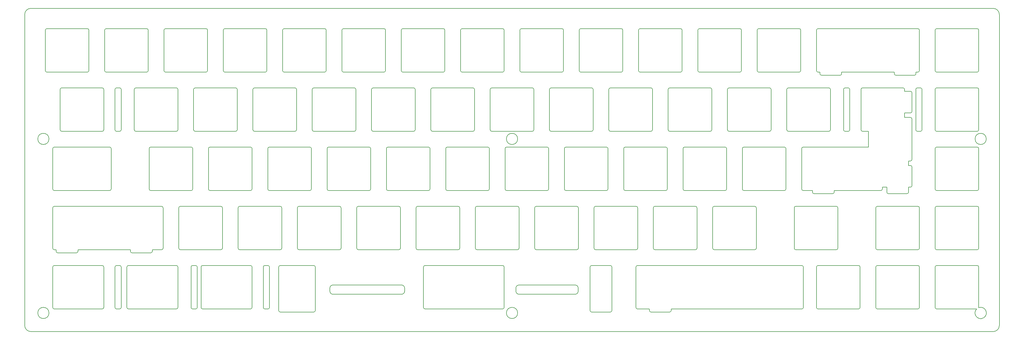
<source format=gm1>
%TF.GenerationSoftware,KiCad,Pcbnew,(5.1.10-6-gecec324121)-1*%
%TF.CreationDate,2021-07-06T17:39:25+03:00*%
%TF.ProjectId,switchplate,73776974-6368-4706-9c61-74652e6b6963,rev?*%
%TF.SameCoordinates,Original*%
%TF.FileFunction,Profile,NP*%
%FSLAX46Y46*%
G04 Gerber Fmt 4.6, Leading zero omitted, Abs format (unit mm)*
G04 Created by KiCad (PCBNEW (5.1.10-6-gecec324121)-1) date 2021-07-06 17:39:25*
%MOMM*%
%LPD*%
G01*
G04 APERTURE LIST*
%TA.AperFunction,Profile*%
%ADD10C,0.200000*%
%TD*%
G04 APERTURE END LIST*
D10*
X158750000Y-92000000D02*
G75*
G02*
X157750000Y-91000000I0J1000000D01*
G01*
X177750000Y-90000000D02*
X177750000Y-91000000D01*
X157750000Y-91000000D02*
X157750000Y-90000000D01*
X176750000Y-92000000D02*
X158750000Y-92000000D01*
X176750000Y-89000000D02*
G75*
G02*
X177750000Y-90000000I0J-1000000D01*
G01*
X157750000Y-90000000D02*
G75*
G02*
X158750000Y-89000000I1000000J0D01*
G01*
X158750000Y-89000000D02*
X176750000Y-89000000D01*
X177750000Y-91000000D02*
G75*
G02*
X176750000Y-92000000I-1000000J0D01*
G01*
X121000000Y-89000000D02*
G75*
G02*
X122000000Y-90000000I0J-1000000D01*
G01*
X122000000Y-91000000D02*
G75*
G02*
X121000000Y-92000000I-1000000J0D01*
G01*
X99000000Y-92000000D02*
G75*
G02*
X98000000Y-91000000I0J1000000D01*
G01*
X98000000Y-90000000D02*
G75*
G02*
X99000000Y-89000000I1000000J0D01*
G01*
X98000000Y-91000000D02*
X98000000Y-90000000D01*
X121000000Y-92000000D02*
X99000000Y-92000000D01*
X122000000Y-90000000D02*
X122000000Y-91000000D01*
X99000000Y-89000000D02*
X121000000Y-89000000D01*
X306371675Y-96290955D02*
G75*
G02*
X305700000Y-96725000I628325J-1709045D01*
G01*
X308800000Y-42000000D02*
G75*
G03*
X308800000Y-42000000I-1800000J0D01*
G01*
X158300000Y-42000000D02*
G75*
G03*
X158300000Y-42000000I-1800000J0D01*
G01*
X158300000Y-98000000D02*
G75*
G03*
X158300000Y-98000000I-1800000J0D01*
G01*
X7800000Y-98000000D02*
G75*
G03*
X7800000Y-98000000I-1800000J0D01*
G01*
X7800000Y-42000000D02*
G75*
G03*
X7800000Y-42000000I-1800000J0D01*
G01*
X140475000Y-20525000D02*
G75*
G02*
X139975000Y-20025000I0J500000D01*
G01*
X134424999Y-6525000D02*
X121425000Y-6525000D01*
X115375000Y-6525000D02*
G75*
G02*
X115875000Y-7025000I0J-500000D01*
G01*
X134424999Y-6525000D02*
G75*
G02*
X134924999Y-7025000I0J-500000D01*
G01*
X134924999Y-20025000D02*
G75*
G02*
X134424999Y-20525000I-500000J0D01*
G01*
X121425000Y-20525000D02*
G75*
G02*
X120925000Y-20025000I0J500000D01*
G01*
X101875000Y-7025000D02*
X101875000Y-20025000D01*
X115875000Y-20025000D02*
X115875000Y-7025000D01*
X96825000Y-20025000D02*
X96825000Y-7025000D01*
X115875000Y-20025000D02*
G75*
G02*
X115375000Y-20525000I-500000J0D01*
G01*
X102375000Y-20525000D02*
G75*
G02*
X101875000Y-20025000I0J500000D01*
G01*
X134924999Y-20025000D02*
X134924999Y-7025000D01*
X115375000Y-6525000D02*
X102375000Y-6525000D01*
X153475000Y-6525000D02*
G75*
G02*
X153975000Y-7025000I0J-500000D01*
G01*
X102375000Y-20525000D02*
X115375000Y-20525000D01*
X101875000Y-7025000D02*
G75*
G02*
X102375000Y-6525000I500000J0D01*
G01*
X120925000Y-7025000D02*
X120925000Y-20025000D01*
X153975000Y-20025000D02*
G75*
G02*
X153475000Y-20525000I-500000J0D01*
G01*
X121425000Y-20525000D02*
X134424999Y-20525000D01*
X82825000Y-7025000D02*
X82825000Y-20025000D01*
X120925000Y-7025000D02*
G75*
G02*
X121425000Y-6525000I500000J0D01*
G01*
X96325000Y-6525000D02*
X83325000Y-6525000D01*
X139975000Y-7025000D02*
G75*
G02*
X140475000Y-6525000I500000J0D01*
G01*
X292375000Y-26075000D02*
X292375000Y-39075000D01*
X59512500Y-58625000D02*
G75*
G02*
X59012500Y-58125000I0J500000D01*
G01*
X9006250Y-45125000D02*
G75*
G02*
X9506250Y-44625000I500000J0D01*
G01*
X39962500Y-45125000D02*
X39962500Y-58125000D01*
X53962500Y-58125000D02*
X53962500Y-45125000D01*
X305875000Y-25575000D02*
G75*
G02*
X306375000Y-26075000I0J-500000D01*
G01*
X275418750Y-57538000D02*
X276856750Y-57538000D01*
X53462500Y-44625000D02*
X40462500Y-44625000D01*
X284943750Y-57038000D02*
G75*
G02*
X284443750Y-57538000I-500000J0D01*
G01*
X284943750Y-57038000D02*
X284943750Y-51037999D01*
X40462500Y-58625000D02*
X53462500Y-58625000D01*
X39962500Y-45125000D02*
G75*
G02*
X40462500Y-44625000I500000J0D01*
G01*
X53462500Y-44625000D02*
G75*
G02*
X53962500Y-45125000I0J-500000D01*
G01*
X53962500Y-58125000D02*
G75*
G02*
X53462500Y-58625000I-500000J0D01*
G01*
X292875000Y-39575000D02*
X305875000Y-39575000D01*
X284443750Y-50537999D02*
X283856750Y-50537999D01*
X40462500Y-58625000D02*
G75*
G02*
X39962500Y-58125000I0J500000D01*
G01*
X9006250Y-45125000D02*
X9006250Y-58125000D01*
X9506250Y-58625000D02*
X14268750Y-58625000D01*
X283856750Y-49100000D02*
X284443750Y-49100000D01*
X305875000Y-25575000D02*
X292875000Y-25575000D01*
X14268750Y-58625000D02*
X22506250Y-58625000D01*
X22506250Y-58625000D02*
X27268750Y-58625000D01*
X284443750Y-26662000D02*
X282562500Y-26662000D01*
X306375000Y-39075000D02*
X306375000Y-26075000D01*
X284943750Y-33162000D02*
X284943750Y-27162000D01*
X284443750Y-35100000D02*
X282562500Y-35100000D01*
X284943750Y-33162000D02*
G75*
G02*
X284443750Y-33662000I-500000J0D01*
G01*
X283856750Y-57538000D02*
X284443750Y-57538000D01*
X27768750Y-58125000D02*
X27768750Y-45125000D01*
X22506250Y-44625000D02*
X14268750Y-44625000D01*
X292875000Y-39575000D02*
G75*
G02*
X292375000Y-39075000I0J500000D01*
G01*
X284443750Y-50537999D02*
G75*
G02*
X284943750Y-51037999I0J-500000D01*
G01*
X270943750Y-39575000D02*
X270943750Y-44625000D01*
X284943750Y-48600000D02*
X284943750Y-35600000D01*
X14268750Y-44625000D02*
X9506250Y-44625000D01*
X9506250Y-58625000D02*
G75*
G02*
X9006250Y-58125000I0J500000D01*
G01*
X292375000Y-26075000D02*
G75*
G02*
X292875000Y-25575000I500000J0D01*
G01*
X27268750Y-44625000D02*
X22506250Y-44625000D01*
X27268750Y-44625000D02*
G75*
G02*
X27768750Y-45125000I0J-500000D01*
G01*
X282562500Y-33662000D02*
X284443750Y-33662000D01*
X27768750Y-58125000D02*
G75*
G02*
X27268750Y-58625000I-500000J0D01*
G01*
X306375000Y-39075000D02*
G75*
G02*
X305875000Y-39575000I-500000J0D01*
G01*
X284443750Y-26662000D02*
G75*
G02*
X284943750Y-27162000I0J-500000D01*
G01*
X258250000Y-25575000D02*
X245250000Y-25575000D01*
X239700000Y-39075000D02*
G75*
G02*
X239200000Y-39575000I-500000J0D01*
G01*
X287662500Y-25575000D02*
X286662500Y-25575000D01*
X286662500Y-39575000D02*
G75*
G02*
X286162500Y-39075000I0J500000D01*
G01*
X263462500Y-39575000D02*
G75*
G02*
X262962500Y-39075000I0J500000D01*
G01*
X239700000Y-39075000D02*
X239700000Y-26075000D01*
X225700000Y-26075000D02*
G75*
G02*
X226200000Y-25575000I500000J0D01*
G01*
X264962500Y-39075000D02*
X264962500Y-26075000D01*
X239200000Y-25575000D02*
X226200000Y-25575000D01*
X288162500Y-39075000D02*
G75*
G02*
X287662500Y-39575000I-500000J0D01*
G01*
X269062499Y-39575000D02*
X270943750Y-39575000D01*
X287662500Y-25575000D02*
G75*
G02*
X288162500Y-26075000I0J-500000D01*
G01*
X282562500Y-26662000D02*
X282562500Y-26075000D01*
X262962500Y-26075000D02*
X262962500Y-39075000D01*
X264462500Y-25575000D02*
X263462500Y-25575000D01*
X244750000Y-26075000D02*
X244750000Y-39075000D01*
X245250000Y-39575000D02*
X258250000Y-39575000D01*
X226200000Y-39575000D02*
G75*
G02*
X225700000Y-39075000I0J500000D01*
G01*
X226200000Y-39575000D02*
X239200000Y-39575000D01*
X245250000Y-39575000D02*
G75*
G02*
X244750000Y-39075000I0J500000D01*
G01*
X264962500Y-39075000D02*
G75*
G02*
X264462500Y-39575000I-500000J0D01*
G01*
X268562499Y-26075000D02*
X268562499Y-39075000D01*
X225700000Y-26075000D02*
X225700000Y-39075000D01*
X220150000Y-25575000D02*
X207150000Y-25575000D01*
X269062499Y-39575000D02*
G75*
G02*
X268562499Y-39075000I0J500000D01*
G01*
X284443750Y-35100000D02*
G75*
G02*
X284943750Y-35600000I0J-500000D01*
G01*
X263462500Y-39575000D02*
X264462500Y-39575000D01*
X286662500Y-39575000D02*
X287662500Y-39575000D01*
X284943750Y-48600000D02*
G75*
G02*
X284443750Y-49100000I-500000J0D01*
G01*
X286162500Y-26075000D02*
X286162500Y-39075000D01*
X288162500Y-39075000D02*
X288162500Y-26075000D01*
X264462500Y-25575000D02*
G75*
G02*
X264962500Y-26075000I0J-500000D01*
G01*
X282562500Y-35100000D02*
X282562500Y-33662000D01*
X239200000Y-25575000D02*
G75*
G02*
X239700000Y-26075000I0J-500000D01*
G01*
X220650000Y-39075000D02*
X220650000Y-26075000D01*
X207150000Y-39575000D02*
X220150000Y-39575000D01*
X286162500Y-26075000D02*
G75*
G02*
X286662500Y-25575000I500000J0D01*
G01*
X268562499Y-26075000D02*
G75*
G02*
X269062499Y-25575000I500000J0D01*
G01*
X262962500Y-26075000D02*
G75*
G02*
X263462500Y-25575000I500000J0D01*
G01*
X282062500Y-25575000D02*
X269062499Y-25575000D01*
X244750000Y-26075000D02*
G75*
G02*
X245250000Y-25575000I500000J0D01*
G01*
X258750000Y-39075000D02*
G75*
G02*
X258250000Y-39575000I-500000J0D01*
G01*
X206650000Y-26075000D02*
X206650000Y-39075000D01*
X282062500Y-25575000D02*
G75*
G02*
X282562500Y-26075000I0J-500000D01*
G01*
X258250000Y-25575000D02*
G75*
G02*
X258750000Y-26075000I0J-500000D01*
G01*
X258750000Y-39075000D02*
X258750000Y-26075000D01*
X168550000Y-26075000D02*
G75*
G02*
X169050000Y-25575000I500000J0D01*
G01*
X150000000Y-39575000D02*
G75*
G02*
X149500000Y-39075000I0J500000D01*
G01*
X149500000Y-26075000D02*
X149500000Y-39075000D01*
X149500000Y-26075000D02*
G75*
G02*
X150000000Y-25575000I500000J0D01*
G01*
X130950000Y-39575000D02*
G75*
G02*
X130450000Y-39075000I0J500000D01*
G01*
X163000000Y-25575000D02*
G75*
G02*
X163500000Y-26075000I0J-500000D01*
G01*
X111900000Y-39575000D02*
X124900000Y-39575000D01*
X92350000Y-26075000D02*
X92350000Y-39075000D01*
X130950000Y-39575000D02*
X143950000Y-39575000D01*
X111900000Y-39575000D02*
G75*
G02*
X111400000Y-39075000I0J500000D01*
G01*
X188100000Y-39575000D02*
X201100000Y-39575000D01*
X220150000Y-25575000D02*
G75*
G02*
X220650000Y-26075000I0J-500000D01*
G01*
X201100000Y-25575000D02*
G75*
G02*
X201600000Y-26075000I0J-500000D01*
G01*
X201600000Y-39075000D02*
G75*
G02*
X201100000Y-39575000I-500000J0D01*
G01*
X130450000Y-26075000D02*
X130450000Y-39075000D01*
X182550000Y-39075000D02*
X182550000Y-26075000D01*
X169050000Y-39575000D02*
X182050000Y-39575000D01*
X182050000Y-25575000D02*
G75*
G02*
X182550000Y-26075000I0J-500000D01*
G01*
X163500000Y-39075000D02*
X163500000Y-26075000D01*
X144450000Y-39075000D02*
X144450000Y-26075000D01*
X144450000Y-39075000D02*
G75*
G02*
X143950000Y-39575000I-500000J0D01*
G01*
X130450000Y-26075000D02*
G75*
G02*
X130950000Y-25575000I500000J0D01*
G01*
X111400000Y-26075000D02*
G75*
G02*
X111900000Y-25575000I500000J0D01*
G01*
X150000000Y-39575000D02*
X163000000Y-39575000D01*
X111400000Y-26075000D02*
X111400000Y-39075000D01*
X125400000Y-39075000D02*
G75*
G02*
X124900000Y-39575000I-500000J0D01*
G01*
X220650000Y-39075000D02*
G75*
G02*
X220150000Y-39575000I-500000J0D01*
G01*
X182550000Y-39075000D02*
G75*
G02*
X182050000Y-39575000I-500000J0D01*
G01*
X125400000Y-39075000D02*
X125400000Y-26075000D01*
X201100000Y-25575000D02*
X188100000Y-25575000D01*
X201600000Y-39075000D02*
X201600000Y-26075000D01*
X187600000Y-26075000D02*
G75*
G02*
X188100000Y-25575000I500000J0D01*
G01*
X187600000Y-26075000D02*
X187600000Y-39075000D01*
X188100000Y-39575000D02*
G75*
G02*
X187600000Y-39075000I0J500000D01*
G01*
X163500000Y-39075000D02*
G75*
G02*
X163000000Y-39575000I-500000J0D01*
G01*
X106350000Y-39075000D02*
X106350000Y-26075000D01*
X182050000Y-25575000D02*
X169050000Y-25575000D01*
X169050000Y-39575000D02*
G75*
G02*
X168550000Y-39075000I0J500000D01*
G01*
X143950000Y-25575000D02*
G75*
G02*
X144450000Y-26075000I0J-500000D01*
G01*
X143950000Y-25575000D02*
X130950000Y-25575000D01*
X163000000Y-25575000D02*
X150000000Y-25575000D01*
X124900000Y-25575000D02*
X111900000Y-25575000D01*
X124900000Y-25575000D02*
G75*
G02*
X125400000Y-26075000I0J-500000D01*
G01*
X206650000Y-26075000D02*
G75*
G02*
X207150000Y-25575000I500000J0D01*
G01*
X207150000Y-39575000D02*
G75*
G02*
X206650000Y-39075000I0J500000D01*
G01*
X168550000Y-26075000D02*
X168550000Y-39075000D01*
X197125000Y-7025000D02*
X197125000Y-20025000D01*
X249225000Y-20025000D02*
G75*
G02*
X248725000Y-20525000I-500000J0D01*
G01*
X235725000Y-20525000D02*
X248725000Y-20525000D01*
X235725000Y-20525000D02*
G75*
G02*
X235225000Y-20025000I0J500000D01*
G01*
X216175000Y-7025000D02*
X216175000Y-20025000D01*
X230175000Y-20025000D02*
X230175000Y-7025000D01*
X216175000Y-7025000D02*
G75*
G02*
X216675000Y-6525000I500000J0D01*
G01*
X211125000Y-20025000D02*
X211125000Y-7025000D01*
X216675000Y-20525000D02*
G75*
G02*
X216175000Y-20025000I0J500000D01*
G01*
X216675000Y-20525000D02*
X229675000Y-20525000D01*
X229675000Y-6525000D02*
G75*
G02*
X230175000Y-7025000I0J-500000D01*
G01*
X210625000Y-6525000D02*
X197625000Y-6525000D01*
X230175000Y-20025000D02*
G75*
G02*
X229675000Y-20525000I-500000J0D01*
G01*
X197125000Y-7025000D02*
G75*
G02*
X197625000Y-6525000I500000J0D01*
G01*
X235225000Y-7025000D02*
X235225000Y-20025000D01*
X197625000Y-20525000D02*
X210625000Y-20525000D01*
X229675000Y-6525000D02*
X216675000Y-6525000D01*
X254275000Y-7025000D02*
G75*
G02*
X254775000Y-6525000I500000J0D01*
G01*
X254775000Y-20525000D02*
G75*
G02*
X254275000Y-20025000I0J500000D01*
G01*
X249225000Y-20025000D02*
X249225000Y-7025000D01*
X248725000Y-6525000D02*
G75*
G02*
X249225000Y-7025000I0J-500000D01*
G01*
X248725000Y-6525000D02*
X235725000Y-6525000D01*
X235225000Y-7025000D02*
G75*
G02*
X235725000Y-6525000I500000J0D01*
G01*
X224912500Y-44625000D02*
G75*
G02*
X225412500Y-45125000I0J-500000D01*
G01*
X230462500Y-45125000D02*
X230462500Y-58125000D01*
X243962500Y-44625000D02*
X230962500Y-44625000D01*
X230962500Y-58625000D02*
X243962500Y-58625000D01*
X224912500Y-44625000D02*
X211912500Y-44625000D01*
X225412500Y-58125000D02*
X225412500Y-45125000D01*
X270943750Y-44625000D02*
X263012500Y-44625000D01*
X263012500Y-58625000D02*
X274918750Y-58625000D01*
X244462500Y-58125000D02*
G75*
G02*
X243962500Y-58625000I-500000J0D01*
G01*
X211912500Y-58625000D02*
X224912500Y-58625000D01*
X243962500Y-44625000D02*
G75*
G02*
X244462500Y-45125000I0J-500000D01*
G01*
X211412500Y-45125000D02*
X211412500Y-58125000D01*
X252980750Y-58625000D02*
X252980750Y-59125000D01*
X259980750Y-59125000D02*
X259980750Y-58625000D01*
X259480750Y-44625000D02*
X253480750Y-44625000D01*
X230462500Y-45125000D02*
G75*
G02*
X230962500Y-44625000I500000J0D01*
G01*
X253480750Y-59625000D02*
X259480750Y-59625000D01*
X259980750Y-59125000D02*
G75*
G02*
X259480750Y-59625000I-500000J0D01*
G01*
X253480750Y-59625000D02*
G75*
G02*
X252980750Y-59125000I0J500000D01*
G01*
X275418750Y-58125000D02*
X275418750Y-57538000D01*
X263012500Y-44625000D02*
X261918750Y-44625000D01*
X261918750Y-58625000D02*
X263012500Y-58625000D01*
X225412500Y-58125000D02*
G75*
G02*
X224912500Y-58625000I-500000J0D01*
G01*
X275418750Y-58125000D02*
G75*
G02*
X274918750Y-58625000I-500000J0D01*
G01*
X230962500Y-58625000D02*
G75*
G02*
X230462500Y-58125000I0J500000D01*
G01*
X244462500Y-58125000D02*
X244462500Y-45125000D01*
X211412500Y-45125000D02*
G75*
G02*
X211912500Y-44625000I500000J0D01*
G01*
X186812500Y-44625000D02*
X173812500Y-44625000D01*
X173812500Y-58625000D02*
X186812500Y-58625000D01*
X130162500Y-58125000D02*
G75*
G02*
X129662500Y-58625000I-500000J0D01*
G01*
X173312500Y-45125000D02*
G75*
G02*
X173812500Y-44625000I500000J0D01*
G01*
X186812500Y-44625000D02*
G75*
G02*
X187312500Y-45125000I0J-500000D01*
G01*
X187312500Y-58125000D02*
G75*
G02*
X186812500Y-58625000I-500000J0D01*
G01*
X135712500Y-58625000D02*
X148712500Y-58625000D01*
X154262500Y-45125000D02*
X154262500Y-58125000D01*
X135712500Y-58625000D02*
G75*
G02*
X135212500Y-58125000I0J500000D01*
G01*
X116162500Y-45125000D02*
G75*
G02*
X116662500Y-44625000I500000J0D01*
G01*
X78062500Y-45125000D02*
X78062500Y-58125000D01*
X154762500Y-58625000D02*
G75*
G02*
X154262500Y-58125000I0J500000D01*
G01*
X116662500Y-58625000D02*
X129662500Y-58625000D01*
X72512500Y-44625000D02*
X59512500Y-44625000D01*
X167762500Y-44625000D02*
X154762500Y-44625000D01*
X110612500Y-44625000D02*
G75*
G02*
X111112500Y-45125000I0J-500000D01*
G01*
X78562500Y-58625000D02*
G75*
G02*
X78062500Y-58125000I0J500000D01*
G01*
X116662500Y-58625000D02*
G75*
G02*
X116162500Y-58125000I0J500000D01*
G01*
X97612500Y-58625000D02*
X110612500Y-58625000D01*
X92062500Y-58125000D02*
X92062500Y-45125000D01*
X72512500Y-44625000D02*
G75*
G02*
X73012500Y-45125000I0J-500000D01*
G01*
X154262500Y-45125000D02*
G75*
G02*
X154762500Y-44625000I500000J0D01*
G01*
X135212500Y-45125000D02*
X135212500Y-58125000D01*
X78062500Y-45125000D02*
G75*
G02*
X78562500Y-44625000I500000J0D01*
G01*
X97112500Y-45125000D02*
G75*
G02*
X97612500Y-44625000I500000J0D01*
G01*
X73012500Y-58125000D02*
G75*
G02*
X72512500Y-58625000I-500000J0D01*
G01*
X148712500Y-44625000D02*
X135712500Y-44625000D01*
X59012500Y-45125000D02*
X59012500Y-58125000D01*
X116162500Y-45125000D02*
X116162500Y-58125000D01*
X78562500Y-58625000D02*
X91562500Y-58625000D01*
X97112500Y-45125000D02*
X97112500Y-58125000D01*
X91562500Y-44625000D02*
X78562500Y-44625000D01*
X168262500Y-58125000D02*
X168262500Y-45125000D01*
X135212500Y-45125000D02*
G75*
G02*
X135712500Y-44625000I500000J0D01*
G01*
X167762500Y-44625000D02*
G75*
G02*
X168262500Y-45125000I0J-500000D01*
G01*
X129662500Y-44625000D02*
X116662500Y-44625000D01*
X148712500Y-44625000D02*
G75*
G02*
X149212500Y-45125000I0J-500000D01*
G01*
X110612500Y-44625000D02*
X97612500Y-44625000D01*
X91562500Y-44625000D02*
G75*
G02*
X92062500Y-45125000I0J-500000D01*
G01*
X73012500Y-58125000D02*
X73012500Y-45125000D01*
X59012500Y-45125000D02*
G75*
G02*
X59512500Y-44625000I500000J0D01*
G01*
X111112500Y-58125000D02*
G75*
G02*
X110612500Y-58625000I-500000J0D01*
G01*
X111112500Y-58125000D02*
X111112500Y-45125000D01*
X59512500Y-58625000D02*
X72512500Y-58625000D01*
X154762500Y-58625000D02*
X167762500Y-58625000D01*
X92062500Y-58125000D02*
G75*
G02*
X91562500Y-58625000I-500000J0D01*
G01*
X211912500Y-58625000D02*
G75*
G02*
X211412500Y-58125000I0J500000D01*
G01*
X192362500Y-45125000D02*
X192362500Y-58125000D01*
X129662500Y-44625000D02*
G75*
G02*
X130162500Y-45125000I0J-500000D01*
G01*
X97612500Y-58625000D02*
G75*
G02*
X97112500Y-58125000I0J500000D01*
G01*
X206362500Y-58125000D02*
X206362500Y-45125000D01*
X205862500Y-44625000D02*
X192862500Y-44625000D01*
X149212500Y-58125000D02*
X149212500Y-45125000D01*
X192862500Y-58625000D02*
X205862500Y-58625000D01*
X168262500Y-58125000D02*
G75*
G02*
X167762500Y-58625000I-500000J0D01*
G01*
X192362500Y-45125000D02*
G75*
G02*
X192862500Y-44625000I500000J0D01*
G01*
X205862500Y-44625000D02*
G75*
G02*
X206362500Y-45125000I0J-500000D01*
G01*
X149212500Y-58125000D02*
G75*
G02*
X148712500Y-58625000I-500000J0D01*
G01*
X206362500Y-58125000D02*
G75*
G02*
X205862500Y-58625000I-500000J0D01*
G01*
X130162500Y-58125000D02*
X130162500Y-45125000D01*
X173812500Y-58625000D02*
G75*
G02*
X173312500Y-58125000I0J500000D01*
G01*
X192862500Y-58625000D02*
G75*
G02*
X192362500Y-58125000I0J500000D01*
G01*
X173312500Y-45125000D02*
X173312500Y-58125000D01*
X187312500Y-58125000D02*
X187312500Y-45125000D01*
X68250000Y-39075000D02*
G75*
G02*
X67750000Y-39575000I-500000J0D01*
G01*
X49200000Y-39075000D02*
G75*
G02*
X48700000Y-39575000I-500000J0D01*
G01*
X54750000Y-39575000D02*
X67750000Y-39575000D01*
X73800000Y-39575000D02*
G75*
G02*
X73300000Y-39075000I0J500000D01*
G01*
X67750000Y-25575000D02*
G75*
G02*
X68250000Y-26075000I0J-500000D01*
G01*
X67750000Y-25575000D02*
X54750000Y-25575000D01*
X30987500Y-39075000D02*
G75*
G02*
X30487500Y-39575000I-500000J0D01*
G01*
X29487500Y-39575000D02*
X30487500Y-39575000D01*
X105850000Y-25575000D02*
X92850000Y-25575000D01*
X92850000Y-39575000D02*
G75*
G02*
X92350000Y-39075000I0J500000D01*
G01*
X87300000Y-39075000D02*
X87300000Y-26075000D01*
X73300000Y-26075000D02*
X73300000Y-39075000D01*
X87300000Y-39075000D02*
G75*
G02*
X86800000Y-39575000I-500000J0D01*
G01*
X30987500Y-39075000D02*
X30987500Y-26075000D01*
X29487500Y-39575000D02*
G75*
G02*
X28987500Y-39075000I0J500000D01*
G01*
X92850000Y-39575000D02*
X105850000Y-39575000D01*
X92350000Y-26075000D02*
G75*
G02*
X92850000Y-25575000I500000J0D01*
G01*
X106350000Y-39075000D02*
G75*
G02*
X105850000Y-39575000I-500000J0D01*
G01*
X28987500Y-26075000D02*
X28987500Y-39075000D01*
X35700000Y-39575000D02*
X48700000Y-39575000D01*
X105850000Y-25575000D02*
G75*
G02*
X106350000Y-26075000I0J-500000D01*
G01*
X86800000Y-25575000D02*
X73800000Y-25575000D01*
X54250000Y-26075000D02*
G75*
G02*
X54750000Y-25575000I500000J0D01*
G01*
X48700000Y-25575000D02*
X35700000Y-25575000D01*
X35700000Y-39575000D02*
G75*
G02*
X35200000Y-39075000I0J500000D01*
G01*
X73800000Y-39575000D02*
X86800000Y-39575000D01*
X73300000Y-26075000D02*
G75*
G02*
X73800000Y-25575000I500000J0D01*
G01*
X86800000Y-25575000D02*
G75*
G02*
X87300000Y-26075000I0J-500000D01*
G01*
X54750000Y-39575000D02*
G75*
G02*
X54250000Y-39075000I0J500000D01*
G01*
X35200000Y-26075000D02*
X35200000Y-39075000D01*
X30487500Y-25575000D02*
G75*
G02*
X30987500Y-26075000I0J-500000D01*
G01*
X54250000Y-26075000D02*
X54250000Y-39075000D01*
X68250000Y-39075000D02*
X68250000Y-26075000D01*
X30487500Y-25575000D02*
X29487500Y-25575000D01*
X49200000Y-39075000D02*
X49200000Y-26075000D01*
X35200000Y-26075000D02*
G75*
G02*
X35700000Y-25575000I500000J0D01*
G01*
X48700000Y-25575000D02*
G75*
G02*
X49200000Y-26075000I0J-500000D01*
G01*
X28987500Y-26075000D02*
G75*
G02*
X29487500Y-25575000I500000J0D01*
G01*
X125687500Y-64175000D02*
G75*
G02*
X126187500Y-63675000I500000J0D01*
G01*
X106637500Y-64175000D02*
X106637500Y-77175000D01*
X107137500Y-77675000D02*
X120137500Y-77675000D01*
X120637500Y-77175000D02*
G75*
G02*
X120137500Y-77675000I-500000J0D01*
G01*
X107137500Y-77675000D02*
G75*
G02*
X106637500Y-77175000I0J500000D01*
G01*
X101587500Y-77175000D02*
X101587500Y-64175000D01*
X139187500Y-63675000D02*
G75*
G02*
X139687500Y-64175000I0J-500000D01*
G01*
X139687500Y-77175000D02*
G75*
G02*
X139187500Y-77675000I-500000J0D01*
G01*
X82037500Y-63675000D02*
G75*
G02*
X82537500Y-64175000I0J-500000D01*
G01*
X106637500Y-64175000D02*
G75*
G02*
X107137500Y-63675000I500000J0D01*
G01*
X126187500Y-77675000D02*
G75*
G02*
X125687500Y-77175000I0J500000D01*
G01*
X101087500Y-63675000D02*
X88087500Y-63675000D01*
X82037500Y-63675000D02*
X69037500Y-63675000D01*
X87587500Y-64175000D02*
G75*
G02*
X88087500Y-63675000I500000J0D01*
G01*
X101587500Y-77175000D02*
G75*
G02*
X101087500Y-77675000I-500000J0D01*
G01*
X68537500Y-64175000D02*
G75*
G02*
X69037500Y-63675000I500000J0D01*
G01*
X82537500Y-77175000D02*
X82537500Y-64175000D01*
X69037500Y-77675000D02*
X82037500Y-77675000D01*
X120137500Y-63675000D02*
G75*
G02*
X120637500Y-64175000I0J-500000D01*
G01*
X120137500Y-63675000D02*
X107137500Y-63675000D01*
X87587500Y-64175000D02*
X87587500Y-77175000D01*
X88087500Y-77675000D02*
G75*
G02*
X87587500Y-77175000I0J500000D01*
G01*
X68537500Y-64175000D02*
X68537500Y-77175000D01*
X139187500Y-63675000D02*
X126187500Y-63675000D01*
X126187500Y-77675000D02*
X139187500Y-77675000D01*
X88087500Y-77675000D02*
X101087500Y-77675000D01*
X120637500Y-77175000D02*
X120637500Y-64175000D01*
X101087500Y-63675000D02*
G75*
G02*
X101587500Y-64175000I0J-500000D01*
G01*
X40969250Y-77675000D02*
X43937500Y-77675000D01*
X10093250Y-77675000D02*
X10093250Y-78175000D01*
X16593250Y-63675000D02*
X10593250Y-63675000D01*
X9506250Y-77675000D02*
G75*
G02*
X9006250Y-77175000I0J500000D01*
G01*
X34469250Y-78675000D02*
X40469250Y-78675000D01*
X277356750Y-59625000D02*
X283356750Y-59625000D01*
X49487500Y-64175000D02*
G75*
G02*
X49987500Y-63675000I500000J0D01*
G01*
X17093250Y-77675000D02*
X19031250Y-77675000D01*
X22506250Y-77675000D02*
X30937500Y-77675000D01*
X33969250Y-77675000D02*
X33969250Y-78175000D01*
X62987500Y-63675000D02*
X49987500Y-63675000D01*
X306375000Y-58125000D02*
X306375000Y-45125000D01*
X62987500Y-63675000D02*
G75*
G02*
X63487500Y-64175000I0J-500000D01*
G01*
X30937500Y-63675000D02*
X22506250Y-63675000D01*
X292375000Y-45125000D02*
G75*
G02*
X292875000Y-44625000I500000J0D01*
G01*
X305875000Y-44625000D02*
X292875000Y-44625000D01*
X44437500Y-77175000D02*
G75*
G02*
X43937500Y-77675000I-500000J0D01*
G01*
X44437500Y-77175000D02*
X44437500Y-64175000D01*
X283856750Y-59125000D02*
G75*
G02*
X283356750Y-59625000I-500000J0D01*
G01*
X283856750Y-59125000D02*
X283856750Y-57538000D01*
X9506250Y-77675000D02*
X10093250Y-77675000D01*
X10593250Y-78675000D02*
G75*
G02*
X10093250Y-78175000I0J500000D01*
G01*
X277356750Y-59625000D02*
G75*
G02*
X276856750Y-59125000I0J500000D01*
G01*
X19031250Y-77675000D02*
X22506250Y-77675000D01*
X82537500Y-77175000D02*
G75*
G02*
X82037500Y-77675000I-500000J0D01*
G01*
X10593250Y-63675000D02*
X9506250Y-63675000D01*
X63487500Y-77175000D02*
G75*
G02*
X62987500Y-77675000I-500000J0D01*
G01*
X249512500Y-45125000D02*
G75*
G02*
X250012500Y-44625000I500000J0D01*
G01*
X69037500Y-77675000D02*
G75*
G02*
X68537500Y-77175000I0J500000D01*
G01*
X49987500Y-77675000D02*
X62987500Y-77675000D01*
X49987500Y-77675000D02*
G75*
G02*
X49487500Y-77175000I0J500000D01*
G01*
X17093250Y-78175000D02*
G75*
G02*
X16593250Y-78675000I-500000J0D01*
G01*
X43937500Y-63675000D02*
G75*
G02*
X44437500Y-64175000I0J-500000D01*
G01*
X305875000Y-44625000D02*
G75*
G02*
X306375000Y-45125000I0J-500000D01*
G01*
X276856750Y-57538000D02*
X276856750Y-59125000D01*
X34469250Y-78675000D02*
G75*
G02*
X33969250Y-78175000I0J500000D01*
G01*
X250012500Y-58625000D02*
X252980750Y-58625000D01*
X283856750Y-50537999D02*
X283856750Y-49100000D01*
X253480750Y-44625000D02*
X250012500Y-44625000D01*
X250012500Y-58625000D02*
G75*
G02*
X249512500Y-58125000I0J500000D01*
G01*
X9006250Y-64175000D02*
X9006250Y-77175000D01*
X292875000Y-58625000D02*
G75*
G02*
X292375000Y-58125000I0J500000D01*
G01*
X292375000Y-45125000D02*
X292375000Y-58125000D01*
X10593250Y-78675000D02*
X16593250Y-78675000D01*
X34469250Y-63675000D02*
X32031250Y-63675000D01*
X40969250Y-78175000D02*
G75*
G02*
X40469250Y-78675000I-500000J0D01*
G01*
X49487500Y-64175000D02*
X49487500Y-77175000D01*
X43937500Y-63675000D02*
X40469250Y-63675000D01*
X261918750Y-44625000D02*
X259480750Y-44625000D01*
X259980750Y-58625000D02*
X261918750Y-58625000D01*
X30937500Y-77675000D02*
X32031250Y-77675000D01*
X292875000Y-58625000D02*
X305875000Y-58625000D01*
X32031250Y-77675000D02*
X33969250Y-77675000D01*
X19031250Y-63675000D02*
X16593250Y-63675000D01*
X63487500Y-77175000D02*
X63487500Y-64175000D01*
X9006250Y-64175000D02*
G75*
G02*
X9506250Y-63675000I500000J0D01*
G01*
X22506250Y-63675000D02*
X19031250Y-63675000D01*
X40969250Y-78175000D02*
X40969250Y-77675000D01*
X40469250Y-63675000D02*
X34469250Y-63675000D01*
X306375000Y-58125000D02*
G75*
G02*
X305875000Y-58625000I-500000J0D01*
G01*
X32031250Y-63675000D02*
X30937500Y-63675000D01*
X249512500Y-45125000D02*
X249512500Y-58125000D01*
X17093250Y-78175000D02*
X17093250Y-77675000D01*
X197787500Y-82725000D02*
X197625000Y-82725000D01*
X202387500Y-82725000D02*
X201125000Y-82725000D01*
X207125000Y-82725000D02*
X202387500Y-82725000D01*
X201125000Y-97725000D02*
X207125000Y-97725000D01*
X153475000Y-82725000D02*
G75*
G02*
X153975000Y-83225000I0J-500000D01*
G01*
X207625000Y-96725000D02*
X210625000Y-96725000D01*
X210625000Y-82725000D02*
X207125000Y-82725000D01*
X200625000Y-96725000D02*
X200625000Y-97225000D01*
X92825000Y-82725000D02*
X88068750Y-82725000D01*
X153975000Y-96225000D02*
X153975000Y-83225000D01*
X207625000Y-97225000D02*
X207625000Y-96725000D01*
X92825000Y-82725000D02*
G75*
G02*
X93325000Y-83225000I0J-500000D01*
G01*
X207625000Y-97225000D02*
G75*
G02*
X207125000Y-97725000I-500000J0D01*
G01*
X88068750Y-97725000D02*
X92825000Y-97725000D01*
X201125000Y-97725000D02*
G75*
G02*
X200625000Y-97225000I0J500000D01*
G01*
X153975000Y-96225000D02*
G75*
G02*
X153475000Y-96725000I-500000J0D01*
G01*
X141568750Y-96725000D02*
X153475000Y-96725000D01*
X201125000Y-82725000D02*
X197787500Y-82725000D01*
X215387500Y-82725000D02*
X210625000Y-82725000D01*
X197787500Y-96725000D02*
X200625000Y-96725000D01*
X197625000Y-96725000D02*
X197787500Y-96725000D01*
X93325000Y-97225000D02*
G75*
G02*
X92825000Y-97725000I-500000J0D01*
G01*
X93325000Y-97225000D02*
X93325000Y-83225000D01*
X153475000Y-82725000D02*
X141568750Y-82725000D01*
X210625000Y-96725000D02*
X215387500Y-96725000D01*
X73012500Y-96225000D02*
X73012500Y-83225000D01*
X54912500Y-82725000D02*
X53912500Y-82725000D01*
X140475000Y-96725000D02*
X141568750Y-96725000D01*
X128568750Y-96725000D02*
X140475000Y-96725000D01*
X128568750Y-96725000D02*
G75*
G02*
X128068750Y-96225000I0J500000D01*
G01*
X76612500Y-83225000D02*
X76612500Y-96225000D01*
X54912500Y-82725000D02*
G75*
G02*
X55412500Y-83225000I0J-500000D01*
G01*
X70131250Y-96725000D02*
X72512500Y-96725000D01*
X77112500Y-96725000D02*
G75*
G02*
X76612500Y-96225000I0J500000D01*
G01*
X59512500Y-96725000D02*
X70131250Y-96725000D01*
X72512500Y-82725000D02*
G75*
G02*
X73012500Y-83225000I0J-500000D01*
G01*
X72512500Y-82725000D02*
X70131250Y-82725000D01*
X57131250Y-96725000D02*
G75*
G02*
X56631250Y-96225000I0J500000D01*
G01*
X35700000Y-96725000D02*
X46318750Y-96725000D01*
X78612500Y-96225000D02*
G75*
G02*
X78112500Y-96725000I-500000J0D01*
G01*
X188568750Y-97225000D02*
G75*
G02*
X188068750Y-97725000I-500000J0D01*
G01*
X48700000Y-82725000D02*
G75*
G02*
X49200000Y-83225000I0J-500000D01*
G01*
X182068750Y-97725000D02*
G75*
G02*
X181568750Y-97225000I0J500000D01*
G01*
X81568750Y-83225000D02*
X81568750Y-97225000D01*
X86825000Y-82725000D02*
X82068750Y-82725000D01*
X86825000Y-97725000D02*
X88068750Y-97725000D01*
X53412500Y-83225000D02*
X53412500Y-96225000D01*
X55412500Y-96225000D02*
G75*
G02*
X54912500Y-96725000I-500000J0D01*
G01*
X28987500Y-83225000D02*
X28987500Y-96225000D01*
X77112500Y-96725000D02*
X78112500Y-96725000D01*
X81568750Y-83225000D02*
G75*
G02*
X82068750Y-82725000I500000J0D01*
G01*
X32818750Y-83225000D02*
X32818750Y-96225000D01*
X78112500Y-82725000D02*
X77112500Y-82725000D01*
X78112500Y-82725000D02*
G75*
G02*
X78612500Y-83225000I0J-500000D01*
G01*
X128068750Y-83225000D02*
X128068750Y-96225000D01*
X33318750Y-96725000D02*
X35700000Y-96725000D01*
X140475000Y-82725000D02*
X128568750Y-82725000D01*
X78612500Y-96225000D02*
X78612500Y-83225000D01*
X53912500Y-96725000D02*
G75*
G02*
X53412500Y-96225000I0J500000D01*
G01*
X73012500Y-96225000D02*
G75*
G02*
X72512500Y-96725000I-500000J0D01*
G01*
X59512500Y-82725000D02*
X57131250Y-82725000D01*
X35700000Y-82725000D02*
X33318750Y-82725000D01*
X70131250Y-82725000D02*
X59512500Y-82725000D01*
X56631250Y-83225000D02*
G75*
G02*
X57131250Y-82725000I500000J0D01*
G01*
X57131250Y-96725000D02*
X59512500Y-96725000D01*
X46318750Y-96725000D02*
X48700000Y-96725000D01*
X30987500Y-96225000D02*
X30987500Y-83225000D01*
X181568750Y-83225000D02*
X181568750Y-97225000D01*
X188568750Y-97225000D02*
X188568750Y-83225000D01*
X48700000Y-82725000D02*
X46318750Y-82725000D01*
X49200000Y-96225000D02*
G75*
G02*
X48700000Y-96725000I-500000J0D01*
G01*
X188068750Y-82725000D02*
X182068750Y-82725000D01*
X82068750Y-97725000D02*
X86825000Y-97725000D01*
X182068750Y-97725000D02*
X188068750Y-97725000D01*
X181568750Y-83225000D02*
G75*
G02*
X182068750Y-82725000I500000J0D01*
G01*
X188068750Y-82725000D02*
G75*
G02*
X188568750Y-83225000I0J-500000D01*
G01*
X53412500Y-83225000D02*
G75*
G02*
X53912500Y-82725000I500000J0D01*
G01*
X32818750Y-83225000D02*
G75*
G02*
X33318750Y-82725000I500000J0D01*
G01*
X53912500Y-96725000D02*
X54912500Y-96725000D01*
X46318750Y-82725000D02*
X35700000Y-82725000D01*
X88068750Y-82725000D02*
X86825000Y-82725000D01*
X82068750Y-97725000D02*
G75*
G02*
X81568750Y-97225000I0J500000D01*
G01*
X141568750Y-82725000D02*
X140475000Y-82725000D01*
X76612500Y-83225000D02*
G75*
G02*
X77112500Y-82725000I500000J0D01*
G01*
X49200000Y-96225000D02*
X49200000Y-83225000D01*
X33318750Y-96725000D02*
G75*
G02*
X32818750Y-96225000I0J500000D01*
G01*
X128068750Y-83225000D02*
G75*
G02*
X128568750Y-82725000I500000J0D01*
G01*
X55412500Y-96225000D02*
X55412500Y-83225000D01*
X56631250Y-83225000D02*
X56631250Y-96225000D01*
X45225000Y-20525000D02*
G75*
G02*
X44725000Y-20025000I0J500000D01*
G01*
X64275000Y-20525000D02*
G75*
G02*
X63775000Y-20025000I0J500000D01*
G01*
X25675000Y-7025000D02*
X25675000Y-20025000D01*
X58725000Y-20025000D02*
G75*
G02*
X58225000Y-20525000I-500000J0D01*
G01*
X63775000Y-7025000D02*
X63775000Y-20025000D01*
X58225000Y-6525000D02*
X45225000Y-6525000D01*
X77775000Y-20025000D02*
X77775000Y-7025000D01*
X77275000Y-6525000D02*
G75*
G02*
X77775000Y-7025000I0J-500000D01*
G01*
X83325000Y-20525000D02*
X96325000Y-20525000D01*
X44725000Y-7025000D02*
X44725000Y-20025000D01*
X96325000Y-6525000D02*
G75*
G02*
X96825000Y-7025000I0J-500000D01*
G01*
X77775000Y-20025000D02*
G75*
G02*
X77275000Y-20525000I-500000J0D01*
G01*
X83325000Y-20525000D02*
G75*
G02*
X82825000Y-20025000I0J500000D01*
G01*
X96825000Y-20025000D02*
G75*
G02*
X96325000Y-20525000I-500000J0D01*
G01*
X58725000Y-20025000D02*
X58725000Y-7025000D01*
X77275000Y-6525000D02*
X64275000Y-6525000D01*
X44725000Y-7025000D02*
G75*
G02*
X45225000Y-6525000I500000J0D01*
G01*
X82825000Y-7025000D02*
G75*
G02*
X83325000Y-6525000I500000J0D01*
G01*
X64275000Y-20525000D02*
X77275000Y-20525000D01*
X63775000Y-7025000D02*
G75*
G02*
X64275000Y-6525000I500000J0D01*
G01*
X45225000Y-20525000D02*
X58225000Y-20525000D01*
X58225000Y-6525000D02*
G75*
G02*
X58725000Y-7025000I0J-500000D01*
G01*
X39675000Y-20025000D02*
X39675000Y-7025000D01*
X254775000Y-20525000D02*
X255362000Y-20525000D01*
X273825000Y-20525000D02*
X277300000Y-20525000D01*
X267775000Y-6525000D02*
X264300000Y-6525000D01*
X277300000Y-6525000D02*
X273825000Y-6525000D01*
X255862000Y-21525000D02*
X261862000Y-21525000D01*
X262362000Y-21025000D02*
G75*
G02*
X261862000Y-21525000I-500000J0D01*
G01*
X267775000Y-20525000D02*
X273825000Y-20525000D01*
X273825000Y-6525000D02*
X267775000Y-6525000D01*
X262362000Y-20525000D02*
X264300000Y-20525000D01*
X279238000Y-20525000D02*
X279238000Y-21025000D01*
X286238000Y-21025000D02*
X286238000Y-20525000D01*
X285738000Y-6525000D02*
X279738000Y-6525000D01*
X262362000Y-21025000D02*
X262362000Y-20525000D01*
X279738000Y-21525000D02*
X285738000Y-21525000D01*
X264300000Y-20525000D02*
X267775000Y-20525000D01*
X286238000Y-21025000D02*
G75*
G02*
X285738000Y-21525000I-500000J0D01*
G01*
X279738000Y-21525000D02*
G75*
G02*
X279238000Y-21025000I0J500000D01*
G01*
X255862000Y-21525000D02*
G75*
G02*
X255362000Y-21025000I0J500000D01*
G01*
X264300000Y-6525000D02*
X261862000Y-6525000D01*
X261862000Y-6525000D02*
X255862000Y-6525000D01*
X255362000Y-20525000D02*
X255362000Y-21025000D01*
X254275000Y-7025000D02*
X254275000Y-20025000D01*
X255862000Y-6525000D02*
X254775000Y-6525000D01*
X159025000Y-7025000D02*
G75*
G02*
X159525000Y-6525000I500000J0D01*
G01*
X173025000Y-20025000D02*
X173025000Y-7025000D01*
X159525000Y-20525000D02*
X172525000Y-20525000D01*
X210625000Y-6525000D02*
G75*
G02*
X211125000Y-7025000I0J-500000D01*
G01*
X211125000Y-20025000D02*
G75*
G02*
X210625000Y-20525000I-500000J0D01*
G01*
X197625000Y-20525000D02*
G75*
G02*
X197125000Y-20025000I0J500000D01*
G01*
X178075000Y-7025000D02*
X178075000Y-20025000D01*
X192075000Y-20025000D02*
X192075000Y-7025000D01*
X191575000Y-6525000D02*
X178575000Y-6525000D01*
X178575000Y-20525000D02*
X191575000Y-20525000D01*
X178075000Y-7025000D02*
G75*
G02*
X178575000Y-6525000I500000J0D01*
G01*
X153975000Y-20025000D02*
X153975000Y-7025000D01*
X191575000Y-6525000D02*
G75*
G02*
X192075000Y-7025000I0J-500000D01*
G01*
X192075000Y-20025000D02*
G75*
G02*
X191575000Y-20525000I-500000J0D01*
G01*
X139975000Y-7025000D02*
X139975000Y-20025000D01*
X172525000Y-6525000D02*
X159525000Y-6525000D01*
X178575000Y-20525000D02*
G75*
G02*
X178075000Y-20025000I0J500000D01*
G01*
X172525000Y-6525000D02*
G75*
G02*
X173025000Y-7025000I0J-500000D01*
G01*
X173025000Y-20025000D02*
G75*
G02*
X172525000Y-20525000I-500000J0D01*
G01*
X159025000Y-7025000D02*
X159025000Y-20025000D01*
X159525000Y-20525000D02*
G75*
G02*
X159025000Y-20025000I0J500000D01*
G01*
X153475000Y-6525000D02*
X140475000Y-6525000D01*
X140475000Y-20525000D02*
X153475000Y-20525000D01*
X254275000Y-83225000D02*
G75*
G02*
X254775000Y-82725000I500000J0D01*
G01*
X267775000Y-82725000D02*
G75*
G02*
X268275000Y-83225000I0J-500000D01*
G01*
X248725000Y-96725000D02*
X249562500Y-96725000D01*
X248562500Y-82725000D02*
X243962500Y-82725000D01*
X196787500Y-96725000D02*
X197625000Y-96725000D01*
X250062500Y-96225000D02*
X250062500Y-83225000D01*
X229675000Y-96725000D02*
X235725000Y-96725000D01*
X196787500Y-96725000D02*
G75*
G02*
X196287500Y-96225000I0J500000D01*
G01*
X219987500Y-96725000D02*
X220987500Y-96725000D01*
X229675000Y-82725000D02*
X226362500Y-82725000D01*
X248725000Y-82725000D02*
X248562500Y-82725000D01*
X235725000Y-82725000D02*
X229675000Y-82725000D01*
X220987500Y-82725000D02*
X219987500Y-82725000D01*
X254275000Y-83225000D02*
X254275000Y-96225000D01*
X249562500Y-82725000D02*
X248725000Y-82725000D01*
X226362500Y-82725000D02*
X225362500Y-82725000D01*
X250062500Y-96225000D02*
G75*
G02*
X249562500Y-96725000I-500000J0D01*
G01*
X215387500Y-96725000D02*
X219987500Y-96725000D01*
X226362500Y-96725000D02*
X229675000Y-96725000D01*
X220987500Y-96725000D02*
X225362500Y-96725000D01*
X287325000Y-96225000D02*
X287325000Y-83225000D01*
X225362500Y-82725000D02*
X220987500Y-82725000D01*
X249562500Y-82725000D02*
G75*
G02*
X250062500Y-83225000I0J-500000D01*
G01*
X292875000Y-96725000D02*
G75*
G02*
X292375000Y-96225000I0J500000D01*
G01*
X292375000Y-83225000D02*
X292375000Y-96225000D01*
X306371675Y-96290956D02*
X306375000Y-83225000D01*
X305875000Y-82725000D02*
X292875000Y-82725000D01*
X292875000Y-96725000D02*
X305700000Y-96725000D01*
X292375000Y-83225000D02*
G75*
G02*
X292875000Y-82725000I500000J0D01*
G01*
X305875000Y-82725000D02*
G75*
G02*
X306375000Y-83225000I0J-500000D01*
G01*
X273325000Y-83225000D02*
X273325000Y-96225000D01*
X243962500Y-96725000D02*
X248562500Y-96725000D01*
X196287500Y-83225000D02*
G75*
G02*
X196787500Y-82725000I500000J0D01*
G01*
X248562500Y-96725000D02*
X248725000Y-96725000D01*
X286825000Y-82725000D02*
X273825000Y-82725000D01*
X273825000Y-96725000D02*
X286825000Y-96725000D01*
X273325000Y-83225000D02*
G75*
G02*
X273825000Y-82725000I500000J0D01*
G01*
X286825000Y-82725000D02*
G75*
G02*
X287325000Y-83225000I0J-500000D01*
G01*
X254775000Y-96725000D02*
X267775000Y-96725000D01*
X235725000Y-96725000D02*
X243962500Y-96725000D01*
X219987500Y-82725000D02*
X215387500Y-82725000D01*
X287325000Y-96225000D02*
G75*
G02*
X286825000Y-96725000I-500000J0D01*
G01*
X273825000Y-96725000D02*
G75*
G02*
X273325000Y-96225000I0J500000D01*
G01*
X268275000Y-96225000D02*
X268275000Y-83225000D01*
X268275000Y-96225000D02*
G75*
G02*
X267775000Y-96725000I-500000J0D01*
G01*
X254775000Y-96725000D02*
G75*
G02*
X254275000Y-96225000I0J500000D01*
G01*
X196287500Y-83225000D02*
X196287500Y-96225000D01*
X197625000Y-82725000D02*
X196787500Y-82725000D01*
X267775000Y-82725000D02*
X254775000Y-82725000D01*
X243962500Y-82725000D02*
X235725000Y-82725000D01*
X225362500Y-96725000D02*
X226362500Y-96725000D01*
X306375000Y-77175000D02*
X306375000Y-64175000D01*
X30487500Y-82725000D02*
G75*
G02*
X30987500Y-83225000I0J-500000D01*
G01*
X22506250Y-96725000D02*
X24887500Y-96725000D01*
X25387500Y-96225000D02*
X25387500Y-83225000D01*
X25387500Y-96225000D02*
G75*
G02*
X24887500Y-96725000I-500000J0D01*
G01*
X24887500Y-82725000D02*
X22506250Y-82725000D01*
X22506250Y-82725000D02*
X11887500Y-82725000D01*
X24887500Y-82725000D02*
G75*
G02*
X25387500Y-83225000I0J-500000D01*
G01*
X9506250Y-96725000D02*
G75*
G02*
X9006250Y-96225000I0J500000D01*
G01*
X292375000Y-64175000D02*
X292375000Y-77175000D01*
X30487500Y-82725000D02*
X29487500Y-82725000D01*
X29487500Y-96725000D02*
X30487500Y-96725000D01*
X28987500Y-83225000D02*
G75*
G02*
X29487500Y-82725000I500000J0D01*
G01*
X30987500Y-96225000D02*
G75*
G02*
X30487500Y-96725000I-500000J0D01*
G01*
X29487500Y-96725000D02*
G75*
G02*
X28987500Y-96225000I0J500000D01*
G01*
X9006250Y-83225000D02*
X9006250Y-96225000D01*
X11887500Y-96725000D02*
X22506250Y-96725000D01*
X9006250Y-83225000D02*
G75*
G02*
X9506250Y-82725000I500000J0D01*
G01*
X11887500Y-82725000D02*
X9506250Y-82725000D01*
X9506250Y-96725000D02*
X11887500Y-96725000D01*
X292875000Y-77675000D02*
G75*
G02*
X292375000Y-77175000I0J500000D01*
G01*
X287325000Y-77175000D02*
X287325000Y-64175000D01*
X287325000Y-77175000D02*
G75*
G02*
X286825000Y-77675000I-500000J0D01*
G01*
X202387500Y-77675000D02*
G75*
G02*
X201887500Y-77175000I0J500000D01*
G01*
X158737500Y-77175000D02*
G75*
G02*
X158237500Y-77675000I-500000J0D01*
G01*
X196337500Y-63675000D02*
X183337500Y-63675000D01*
X286825000Y-63675000D02*
X273825000Y-63675000D01*
X273825000Y-77675000D02*
G75*
G02*
X273325000Y-77175000I0J500000D01*
G01*
X247131250Y-64175000D02*
X247131250Y-77175000D01*
X220937500Y-64175000D02*
G75*
G02*
X221437500Y-63675000I500000J0D01*
G01*
X177287500Y-63675000D02*
X164287500Y-63675000D01*
X202387500Y-77675000D02*
X215387500Y-77675000D01*
X201887500Y-64175000D02*
G75*
G02*
X202387500Y-63675000I500000J0D01*
G01*
X145237500Y-77675000D02*
X158237500Y-77675000D01*
X183337500Y-77675000D02*
X196337500Y-77675000D01*
X144737500Y-64175000D02*
G75*
G02*
X145237500Y-63675000I500000J0D01*
G01*
X144737500Y-64175000D02*
X144737500Y-77175000D01*
X215387500Y-63675000D02*
G75*
G02*
X215887500Y-64175000I0J-500000D01*
G01*
X177787500Y-77175000D02*
X177787500Y-64175000D01*
X158237500Y-63675000D02*
G75*
G02*
X158737500Y-64175000I0J-500000D01*
G01*
X247131250Y-64175000D02*
G75*
G02*
X247631250Y-63675000I500000J0D01*
G01*
X215887500Y-77175000D02*
G75*
G02*
X215387500Y-77675000I-500000J0D01*
G01*
X183337500Y-77675000D02*
G75*
G02*
X182837500Y-77175000I0J500000D01*
G01*
X177287500Y-63675000D02*
G75*
G02*
X177787500Y-64175000I0J-500000D01*
G01*
X260631250Y-63675000D02*
G75*
G02*
X261131250Y-64175000I0J-500000D01*
G01*
X164287500Y-77675000D02*
X177287500Y-77675000D01*
X234437500Y-63675000D02*
X221437500Y-63675000D01*
X158737500Y-77175000D02*
X158737500Y-64175000D01*
X196337500Y-63675000D02*
G75*
G02*
X196837500Y-64175000I0J-500000D01*
G01*
X163787500Y-64175000D02*
G75*
G02*
X164287500Y-63675000I500000J0D01*
G01*
X163787500Y-64175000D02*
X163787500Y-77175000D01*
X221437500Y-77675000D02*
G75*
G02*
X220937500Y-77175000I0J500000D01*
G01*
X261131250Y-77175000D02*
X261131250Y-64175000D01*
X196837500Y-77175000D02*
G75*
G02*
X196337500Y-77675000I-500000J0D01*
G01*
X247631250Y-77675000D02*
X260631250Y-77675000D01*
X221437500Y-77675000D02*
X234437500Y-77675000D01*
X261131250Y-77175000D02*
G75*
G02*
X260631250Y-77675000I-500000J0D01*
G01*
X182837500Y-64175000D02*
X182837500Y-77175000D01*
X177787500Y-77175000D02*
G75*
G02*
X177287500Y-77675000I-500000J0D01*
G01*
X158237500Y-63675000D02*
X145237500Y-63675000D01*
X260631250Y-63675000D02*
X247631250Y-63675000D01*
X215387500Y-63675000D02*
X202387500Y-63675000D01*
X220937500Y-64175000D02*
X220937500Y-77175000D01*
X215887500Y-77175000D02*
X215887500Y-64175000D01*
X196837500Y-77175000D02*
X196837500Y-64175000D01*
X164287500Y-77675000D02*
G75*
G02*
X163787500Y-77175000I0J500000D01*
G01*
X182837500Y-64175000D02*
G75*
G02*
X183337500Y-63675000I500000J0D01*
G01*
X201887500Y-64175000D02*
X201887500Y-77175000D01*
X273825000Y-77675000D02*
X286825000Y-77675000D01*
X247631250Y-77675000D02*
G75*
G02*
X247131250Y-77175000I0J500000D01*
G01*
X139687500Y-77175000D02*
X139687500Y-64175000D01*
X145237500Y-77675000D02*
G75*
G02*
X144737500Y-77175000I0J500000D01*
G01*
X234437500Y-63675000D02*
G75*
G02*
X234937500Y-64175000I0J-500000D01*
G01*
X234937500Y-77175000D02*
X234937500Y-64175000D01*
X234937500Y-77175000D02*
G75*
G02*
X234437500Y-77675000I-500000J0D01*
G01*
X305875000Y-63675000D02*
X292875000Y-63675000D01*
X286825000Y-63675000D02*
G75*
G02*
X287325000Y-64175000I0J-500000D01*
G01*
X273325000Y-64175000D02*
X273325000Y-77175000D01*
X125687500Y-64175000D02*
X125687500Y-77175000D01*
X292875000Y-77675000D02*
X305875000Y-77675000D01*
X292375000Y-64175000D02*
G75*
G02*
X292875000Y-63675000I500000J0D01*
G01*
X305875000Y-63675000D02*
G75*
G02*
X306375000Y-64175000I0J-500000D01*
G01*
X306375000Y-77175000D02*
G75*
G02*
X305875000Y-77675000I-500000J0D01*
G01*
X273325000Y-64175000D02*
G75*
G02*
X273825000Y-63675000I500000J0D01*
G01*
X20624999Y-20025000D02*
X20624999Y-7025000D01*
X20124999Y-6525000D02*
G75*
G02*
X20624999Y-7025000I0J-500000D01*
G01*
X20624999Y-20025000D02*
G75*
G02*
X20124999Y-20525000I-500000J0D01*
G01*
X26175000Y-20525000D02*
X39175000Y-20525000D01*
X39175000Y-6525000D02*
X26175000Y-6525000D01*
X25675000Y-7025000D02*
G75*
G02*
X26175000Y-6525000I500000J0D01*
G01*
X39175000Y-6525000D02*
G75*
G02*
X39675000Y-7025000I0J-500000D01*
G01*
X39675000Y-20025000D02*
G75*
G02*
X39175000Y-20525000I-500000J0D01*
G01*
X26175000Y-20525000D02*
G75*
G02*
X25675000Y-20025000I0J500000D01*
G01*
X20124999Y-6525000D02*
X7125000Y-6525000D01*
X6625000Y-7025000D02*
G75*
G02*
X7125000Y-6525000I500000J0D01*
G01*
X6625000Y-7025000D02*
X6625000Y-20025000D01*
X7125000Y-20525000D02*
X20124999Y-20525000D01*
X7125000Y-20525000D02*
G75*
G02*
X6625000Y-20025000I0J500000D01*
G01*
X292375000Y-7025000D02*
G75*
G02*
X292875000Y-6525000I500000J0D01*
G01*
X286825000Y-6525000D02*
G75*
G02*
X287325000Y-7025000I0J-500000D01*
G01*
X25387500Y-39075000D02*
X25387500Y-26075000D01*
X24887500Y-25575000D02*
X11887500Y-25575000D01*
X11887500Y-39575000D02*
X24887500Y-39575000D01*
X25387500Y-39075000D02*
G75*
G02*
X24887500Y-39575000I-500000J0D01*
G01*
X11387500Y-26075000D02*
G75*
G02*
X11887500Y-25575000I500000J0D01*
G01*
X287325000Y-20025000D02*
X287325000Y-7025000D01*
X286825000Y-6525000D02*
X285738000Y-6525000D01*
X292875000Y-20525000D02*
G75*
G02*
X292375000Y-20025000I0J500000D01*
G01*
X24887500Y-25575000D02*
G75*
G02*
X25387500Y-26075000I0J-500000D01*
G01*
X11887500Y-39575000D02*
G75*
G02*
X11387500Y-39075000I0J500000D01*
G01*
X306375000Y-20025000D02*
G75*
G02*
X305875000Y-20525000I-500000J0D01*
G01*
X306375000Y-20025000D02*
X306375000Y-7025000D01*
X292875000Y-20525000D02*
X305875000Y-20525000D01*
X279738000Y-6525000D02*
X277300000Y-6525000D01*
X286238000Y-20525000D02*
X286825000Y-20525000D01*
X277300000Y-20525000D02*
X279238000Y-20525000D01*
X292375000Y-7025000D02*
X292375000Y-20025000D01*
X287325000Y-20025000D02*
G75*
G02*
X286825000Y-20525000I-500000J0D01*
G01*
X305875000Y-6525000D02*
G75*
G02*
X306375000Y-7025000I0J-500000D01*
G01*
X11387500Y-26075000D02*
X11387500Y-39075000D01*
X305875000Y-6525000D02*
X292875000Y-6525000D01*
X313000000Y-102000000D02*
G75*
G02*
X311000000Y-104000000I-2000000J0D01*
G01*
X311000000Y0D02*
G75*
G02*
X313000000Y-2000000I0J-2000000D01*
G01*
X2000000Y-104000000D02*
G75*
G02*
X0Y-102000000I0J2000000D01*
G01*
X0Y-2000000D02*
G75*
G02*
X2000000Y0I2000000J0D01*
G01*
X313000000Y-2000000D02*
X313000000Y-102000000D01*
X2000000Y-104000000D02*
X311000000Y-104000000D01*
X0Y-2000000D02*
X0Y-102000000D01*
X2000000Y0D02*
X311000000Y0D01*
M02*

</source>
